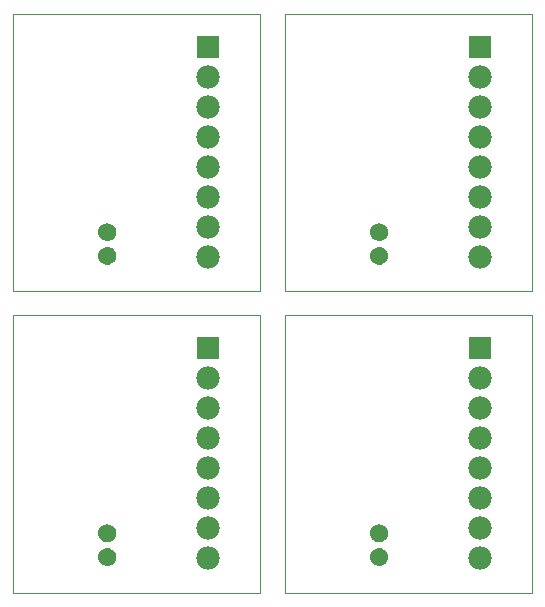
<source format=gbs>
G75*
G70*
%OFA0B0*%
%FSLAX24Y24*%
%IPPOS*%
%LPD*%
%AMOC8*
5,1,8,0,0,1.08239X$1,22.5*
%
%ADD10C,0.0000*%
%ADD11R,0.0780X0.0780*%
%ADD12C,0.0780*%
%ADD13C,0.0050*%
%ADD14C,0.0600*%
D10*
X000150Y000150D02*
X000150Y009402D01*
X008400Y009400D01*
X008400Y000150D01*
X000150Y000150D01*
X009205Y000150D02*
X009205Y009402D01*
X017455Y009400D01*
X017455Y000150D01*
X009205Y000150D01*
X009205Y010189D02*
X009205Y019441D01*
X017455Y019439D01*
X017455Y010189D01*
X009205Y010189D01*
X008400Y010189D02*
X008400Y019439D01*
X000150Y019441D01*
X000150Y010189D01*
X008400Y010189D01*
D11*
X006650Y008294D03*
X006650Y018333D03*
X015705Y018333D03*
X015705Y008294D03*
D12*
X015705Y007294D03*
X015705Y006294D03*
X015705Y005294D03*
X015705Y004294D03*
X015705Y003294D03*
X015705Y002294D03*
X015705Y001294D03*
X015705Y011333D03*
X015705Y012333D03*
X015705Y013333D03*
X015705Y014333D03*
X015705Y015333D03*
X015705Y016333D03*
X015705Y017333D03*
X006650Y017333D03*
X006650Y016333D03*
X006650Y015333D03*
X006650Y014333D03*
X006650Y013333D03*
X006650Y012333D03*
X006650Y011333D03*
X006650Y007294D03*
X006650Y006294D03*
X006650Y005294D03*
X006650Y004294D03*
X006650Y003294D03*
X006650Y002294D03*
X006650Y001294D03*
D13*
X003560Y001332D02*
X003555Y001383D01*
X003540Y001431D01*
X003516Y001476D01*
X003483Y001515D01*
X003444Y001548D01*
X003399Y001572D01*
X003350Y001586D01*
X003300Y001591D01*
X003249Y001586D01*
X003200Y001571D01*
X003155Y001547D01*
X003116Y001515D01*
X003083Y001476D01*
X003059Y001431D01*
X003045Y001382D01*
X003040Y001331D01*
X003045Y001280D01*
X003059Y001232D01*
X003083Y001187D01*
X003116Y001147D01*
X003155Y001115D01*
X003200Y001091D01*
X003249Y001076D01*
X003300Y001071D01*
X003350Y001076D01*
X003399Y001091D01*
X003444Y001115D01*
X003484Y001148D01*
X003516Y001187D01*
X003540Y001232D01*
X003555Y001281D01*
X003560Y001332D01*
X003558Y001314D02*
X003041Y001314D01*
X003043Y001363D02*
X003557Y001363D01*
X003546Y001411D02*
X003053Y001411D01*
X003075Y001460D02*
X003525Y001460D01*
X003489Y001508D02*
X003110Y001508D01*
X003172Y001557D02*
X003427Y001557D01*
X003550Y001266D02*
X003049Y001266D01*
X003067Y001217D02*
X003532Y001217D01*
X003501Y001169D02*
X003098Y001169D01*
X003149Y001120D02*
X003450Y001120D01*
X003304Y001072D02*
X003296Y001072D01*
X003300Y001859D02*
X003249Y001863D01*
X003200Y001878D01*
X003155Y001902D01*
X003116Y001935D01*
X003083Y001974D01*
X003059Y002019D01*
X003045Y002068D01*
X003040Y002119D01*
X003045Y002169D01*
X003059Y002218D01*
X003083Y002263D01*
X003116Y002302D01*
X003155Y002335D01*
X003200Y002359D01*
X003249Y002374D01*
X003300Y002379D01*
X003350Y002374D01*
X003399Y002359D01*
X003444Y002335D01*
X003483Y002303D01*
X003516Y002264D01*
X003540Y002219D01*
X003555Y002170D01*
X003560Y002119D01*
X003555Y002069D01*
X003540Y002020D01*
X003516Y001975D01*
X003484Y001935D01*
X003444Y001903D01*
X003399Y001879D01*
X003350Y001864D01*
X003300Y001859D01*
X003432Y001896D02*
X003167Y001896D01*
X003108Y001945D02*
X003491Y001945D01*
X003526Y001993D02*
X003073Y001993D01*
X003053Y002042D02*
X003547Y002042D01*
X003557Y002090D02*
X003042Y002090D01*
X003042Y002139D02*
X003558Y002139D01*
X003549Y002187D02*
X003050Y002187D01*
X003069Y002236D02*
X003531Y002236D01*
X003499Y002284D02*
X003101Y002284D01*
X003153Y002333D02*
X003447Y002333D01*
X003300Y011110D02*
X003249Y011115D01*
X003200Y011130D01*
X003155Y011154D01*
X003116Y011187D01*
X003083Y011226D01*
X003059Y011271D01*
X003045Y011320D01*
X003040Y011370D01*
X003045Y011421D01*
X003059Y011470D01*
X003083Y011515D01*
X003116Y011554D01*
X003155Y011587D01*
X003200Y011611D01*
X003249Y011625D01*
X003300Y011630D01*
X003350Y011626D01*
X003399Y011611D01*
X003444Y011587D01*
X003483Y011555D01*
X003516Y011516D01*
X003540Y011471D01*
X003555Y011422D01*
X003560Y011371D01*
X003555Y011321D01*
X003540Y011272D01*
X003516Y011227D01*
X003484Y011187D01*
X003444Y011155D01*
X003399Y011130D01*
X003350Y011116D01*
X003300Y011110D01*
X003305Y011111D02*
X003294Y011111D01*
X003149Y011160D02*
X003450Y011160D01*
X003501Y011208D02*
X003098Y011208D01*
X003067Y011257D02*
X003532Y011257D01*
X003550Y011305D02*
X003049Y011305D01*
X003041Y011354D02*
X003558Y011354D01*
X003557Y011402D02*
X003043Y011402D01*
X003054Y011451D02*
X003546Y011451D01*
X003525Y011499D02*
X003075Y011499D01*
X003110Y011548D02*
X003489Y011548D01*
X003427Y011596D02*
X003173Y011596D01*
X003249Y011903D02*
X003200Y011918D01*
X003155Y011942D01*
X003116Y011974D01*
X003083Y012013D01*
X003059Y012058D01*
X003045Y012107D01*
X003040Y012158D01*
X003045Y012209D01*
X003059Y012257D01*
X003083Y012302D01*
X003116Y012342D01*
X003155Y012374D01*
X003200Y012398D01*
X003249Y012413D01*
X003300Y012418D01*
X003350Y012413D01*
X003399Y012398D01*
X003444Y012374D01*
X003483Y012342D01*
X003516Y012303D01*
X003540Y012258D01*
X003555Y012209D01*
X003560Y012159D01*
X003555Y012108D01*
X003540Y012059D01*
X003516Y012014D01*
X003484Y011975D01*
X003444Y011942D01*
X003399Y011918D01*
X003350Y011903D01*
X003300Y011898D01*
X003249Y011903D01*
X003167Y011936D02*
X003432Y011936D01*
X003491Y011984D02*
X003108Y011984D01*
X003073Y012033D02*
X003526Y012033D01*
X003547Y012081D02*
X003053Y012081D01*
X003042Y012130D02*
X003557Y012130D01*
X003558Y012178D02*
X003042Y012178D01*
X003050Y012227D02*
X003549Y012227D01*
X003531Y012275D02*
X003069Y012275D01*
X003101Y012324D02*
X003499Y012324D01*
X003447Y012372D02*
X003153Y012372D01*
X012095Y012158D02*
X012100Y012107D01*
X012115Y012058D01*
X012139Y012013D01*
X012171Y011974D01*
X012210Y011942D01*
X012255Y011918D01*
X012304Y011903D01*
X012355Y011898D01*
X012406Y011903D01*
X012454Y011918D01*
X012499Y011942D01*
X012539Y011975D01*
X012571Y012014D01*
X012595Y012059D01*
X012610Y012108D01*
X012615Y012159D01*
X012610Y012209D01*
X012595Y012258D01*
X012571Y012303D01*
X012538Y012342D01*
X012499Y012374D01*
X012454Y012398D01*
X012405Y012413D01*
X012355Y012418D01*
X012304Y012413D01*
X012255Y012398D01*
X012210Y012374D01*
X012171Y012342D01*
X012139Y012302D01*
X012115Y012257D01*
X012100Y012209D01*
X012095Y012158D01*
X012097Y012178D02*
X012613Y012178D01*
X012612Y012130D02*
X012098Y012130D01*
X012108Y012081D02*
X012602Y012081D01*
X012581Y012033D02*
X012128Y012033D01*
X012163Y011984D02*
X012547Y011984D01*
X012487Y011936D02*
X012222Y011936D01*
X012304Y011625D02*
X012355Y011630D01*
X012405Y011626D01*
X012454Y011611D01*
X012499Y011587D01*
X012538Y011555D01*
X012571Y011516D01*
X012595Y011471D01*
X012610Y011422D01*
X012615Y011371D01*
X012610Y011321D01*
X012595Y011272D01*
X012571Y011227D01*
X012539Y011187D01*
X012499Y011155D01*
X012454Y011130D01*
X012406Y011116D01*
X012355Y011110D01*
X012304Y011115D01*
X012255Y011130D01*
X012210Y011154D01*
X012171Y011187D01*
X012139Y011226D01*
X012115Y011271D01*
X012100Y011320D01*
X012095Y011370D01*
X012100Y011421D01*
X012115Y011470D01*
X012139Y011515D01*
X012171Y011554D01*
X012210Y011587D01*
X012255Y011611D01*
X012304Y011625D01*
X012228Y011596D02*
X012482Y011596D01*
X012544Y011548D02*
X012165Y011548D01*
X012130Y011499D02*
X012580Y011499D01*
X012601Y011451D02*
X012109Y011451D01*
X012098Y011402D02*
X012612Y011402D01*
X012613Y011354D02*
X012096Y011354D01*
X012104Y011305D02*
X012605Y011305D01*
X012587Y011257D02*
X012122Y011257D01*
X012153Y011208D02*
X012556Y011208D01*
X012505Y011160D02*
X012204Y011160D01*
X012349Y011111D02*
X012361Y011111D01*
X012604Y012227D02*
X012105Y012227D01*
X012124Y012275D02*
X012586Y012275D01*
X012554Y012324D02*
X012156Y012324D01*
X012208Y012372D02*
X012502Y012372D01*
X012355Y002379D02*
X012304Y002374D01*
X012255Y002359D01*
X012210Y002335D01*
X012171Y002302D01*
X012139Y002263D01*
X012115Y002218D01*
X012100Y002169D01*
X012095Y002119D01*
X012100Y002068D01*
X012115Y002019D01*
X012139Y001974D01*
X012171Y001935D01*
X012210Y001902D01*
X012255Y001878D01*
X012304Y001863D01*
X012355Y001859D01*
X012406Y001864D01*
X012454Y001879D01*
X012499Y001903D01*
X012539Y001935D01*
X012571Y001975D01*
X012595Y002020D01*
X012610Y002069D01*
X012615Y002119D01*
X012610Y002170D01*
X012595Y002219D01*
X012571Y002264D01*
X012538Y002303D01*
X012499Y002335D01*
X012454Y002359D01*
X012405Y002374D01*
X012355Y002379D01*
X012208Y002333D02*
X012502Y002333D01*
X012554Y002284D02*
X012156Y002284D01*
X012124Y002236D02*
X012586Y002236D01*
X012605Y002187D02*
X012105Y002187D01*
X012097Y002139D02*
X012613Y002139D01*
X012612Y002090D02*
X012098Y002090D01*
X012108Y002042D02*
X012602Y002042D01*
X012581Y001993D02*
X012128Y001993D01*
X012163Y001945D02*
X012546Y001945D01*
X012487Y001896D02*
X012222Y001896D01*
X012304Y001586D02*
X012355Y001591D01*
X012405Y001586D01*
X012454Y001572D01*
X012499Y001548D01*
X012538Y001515D01*
X012571Y001476D01*
X012595Y001431D01*
X012610Y001383D01*
X012615Y001332D01*
X012610Y001281D01*
X012595Y001232D01*
X012571Y001187D01*
X012539Y001148D01*
X012499Y001115D01*
X012454Y001091D01*
X012406Y001076D01*
X012355Y001071D01*
X012304Y001076D01*
X012255Y001091D01*
X012210Y001115D01*
X012171Y001147D01*
X012139Y001187D01*
X012115Y001232D01*
X012100Y001280D01*
X012095Y001331D01*
X012100Y001382D01*
X012115Y001431D01*
X012139Y001476D01*
X012171Y001515D01*
X012210Y001547D01*
X012255Y001571D01*
X012304Y001586D01*
X012228Y001557D02*
X012482Y001557D01*
X012545Y001508D02*
X012165Y001508D01*
X012130Y001460D02*
X012580Y001460D01*
X012601Y001411D02*
X012109Y001411D01*
X012098Y001363D02*
X012612Y001363D01*
X012613Y001314D02*
X012096Y001314D01*
X012104Y001266D02*
X012605Y001266D01*
X012587Y001217D02*
X012122Y001217D01*
X012153Y001169D02*
X012556Y001169D01*
X012505Y001120D02*
X012204Y001120D01*
X012351Y001072D02*
X012359Y001072D01*
D14*
X012355Y001331D03*
X012355Y002119D03*
X012355Y011370D03*
X012355Y012158D03*
X003300Y012158D03*
X003300Y011370D03*
X003300Y002119D03*
X003300Y001331D03*
M02*

</source>
